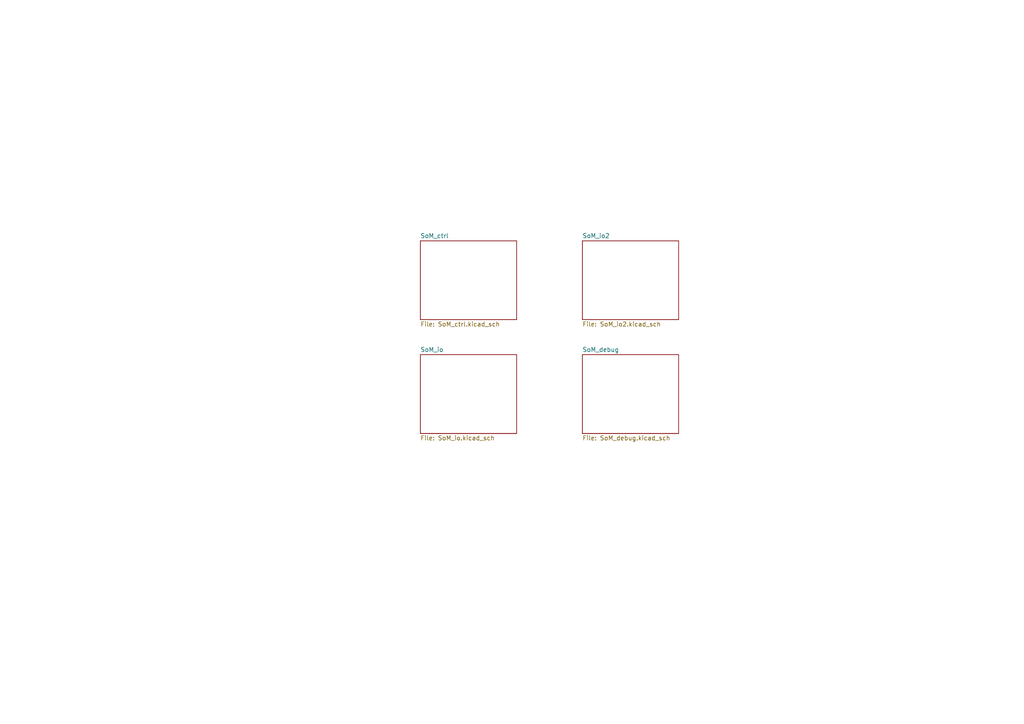
<source format=kicad_sch>
(kicad_sch
	(version 20250114)
	(generator "eeschema")
	(generator_version "9.0")
	(uuid "57788b57-f2e3-460b-8c27-df69cdccd4ec")
	(paper "A4")
	(title_block
		(title "Jetson Orin AGX Baseboard")
		(date "2025-08-11")
		(rev "1.0.0")
		(company "Antmicro Ltd")
		(comment 1 "www.antmicro.com")
	)
	(lib_symbols)
	(text "0.7 2 3v3 1v8 3v3_AO 12V 2*5V"
		(exclude_from_sim no)
		(at 126.746 -93.98 0)
		(effects
			(font
				(size 1.27 1.27)
			)
		)
		(uuid "2c0057fe-ee4a-4b96-abb8-4b6f7bf9f26f")
	)
	(sheet
		(at 121.92 102.87)
		(size 27.94 22.86)
		(exclude_from_sim no)
		(in_bom yes)
		(on_board yes)
		(dnp no)
		(fields_autoplaced yes)
		(stroke
			(width 0.1524)
			(type solid)
		)
		(fill
			(color 0 0 0 0.0000)
		)
		(uuid "41af8b5c-5c97-4175-aecd-c0798a9e4975")
		(property "Sheetname" "SoM_io"
			(at 121.92 102.1584 0)
			(effects
				(font
					(size 1.27 1.27)
				)
				(justify left bottom)
			)
		)
		(property "Sheetfile" "SoM_io.kicad_sch"
			(at 121.92 126.3146 0)
			(effects
				(font
					(size 1.27 1.27)
				)
				(justify left top)
			)
		)
		(instances
			(project "jetson-orin-agx-baseboard"
				(path "/f569b0be-0afd-48b7-93ee-28582a4c645c/4579c4a7-22a6-485d-a5cb-a4d2e4f367db"
					(page "5")
				)
			)
		)
	)
	(sheet
		(at 168.91 102.87)
		(size 27.94 22.86)
		(exclude_from_sim no)
		(in_bom yes)
		(on_board yes)
		(dnp no)
		(fields_autoplaced yes)
		(stroke
			(width 0.1524)
			(type solid)
		)
		(fill
			(color 0 0 0 0.0000)
		)
		(uuid "9cc3f68f-dc6d-4cea-9df1-c11ad236ecf1")
		(property "Sheetname" "SoM_debug"
			(at 168.91 102.1584 0)
			(effects
				(font
					(size 1.27 1.27)
				)
				(justify left bottom)
			)
		)
		(property "Sheetfile" "SoM_debug.kicad_sch"
			(at 168.91 126.3146 0)
			(effects
				(font
					(size 1.27 1.27)
				)
				(justify left top)
			)
		)
		(instances
			(project "jetson-orin-agx-baseboard"
				(path "/f569b0be-0afd-48b7-93ee-28582a4c645c/4579c4a7-22a6-485d-a5cb-a4d2e4f367db"
					(page "6")
				)
			)
		)
	)
	(sheet
		(at 121.92 69.85)
		(size 27.94 22.86)
		(exclude_from_sim no)
		(in_bom yes)
		(on_board yes)
		(dnp no)
		(fields_autoplaced yes)
		(stroke
			(width 0.1524)
			(type solid)
		)
		(fill
			(color 0 0 0 0.0000)
		)
		(uuid "ee8699d0-a5ca-448c-bd2c-e78e8401ec10")
		(property "Sheetname" "SoM_ctrl"
			(at 121.92 69.1384 0)
			(effects
				(font
					(size 1.27 1.27)
				)
				(justify left bottom)
			)
		)
		(property "Sheetfile" "SoM_ctrl.kicad_sch"
			(at 121.92 93.2946 0)
			(effects
				(font
					(size 1.27 1.27)
				)
				(justify left top)
			)
		)
		(instances
			(project "jetson-orin-agx-baseboard"
				(path "/f569b0be-0afd-48b7-93ee-28582a4c645c/4579c4a7-22a6-485d-a5cb-a4d2e4f367db"
					(page "3")
				)
			)
		)
	)
	(sheet
		(at 168.91 69.85)
		(size 27.94 22.86)
		(exclude_from_sim no)
		(in_bom yes)
		(on_board yes)
		(dnp no)
		(fields_autoplaced yes)
		(stroke
			(width 0.1524)
			(type solid)
		)
		(fill
			(color 0 0 0 0.0000)
		)
		(uuid "f334e2db-25af-407f-a645-338d24a757e4")
		(property "Sheetname" "SoM_io2"
			(at 168.91 69.1384 0)
			(effects
				(font
					(size 1.27 1.27)
				)
				(justify left bottom)
			)
		)
		(property "Sheetfile" "SoM_io2.kicad_sch"
			(at 168.91 93.2946 0)
			(effects
				(font
					(size 1.27 1.27)
				)
				(justify left top)
			)
		)
		(instances
			(project "jetson-orin-agx-baseboard"
				(path "/f569b0be-0afd-48b7-93ee-28582a4c645c/4579c4a7-22a6-485d-a5cb-a4d2e4f367db"
					(page "4")
				)
			)
		)
	)
)

</source>
